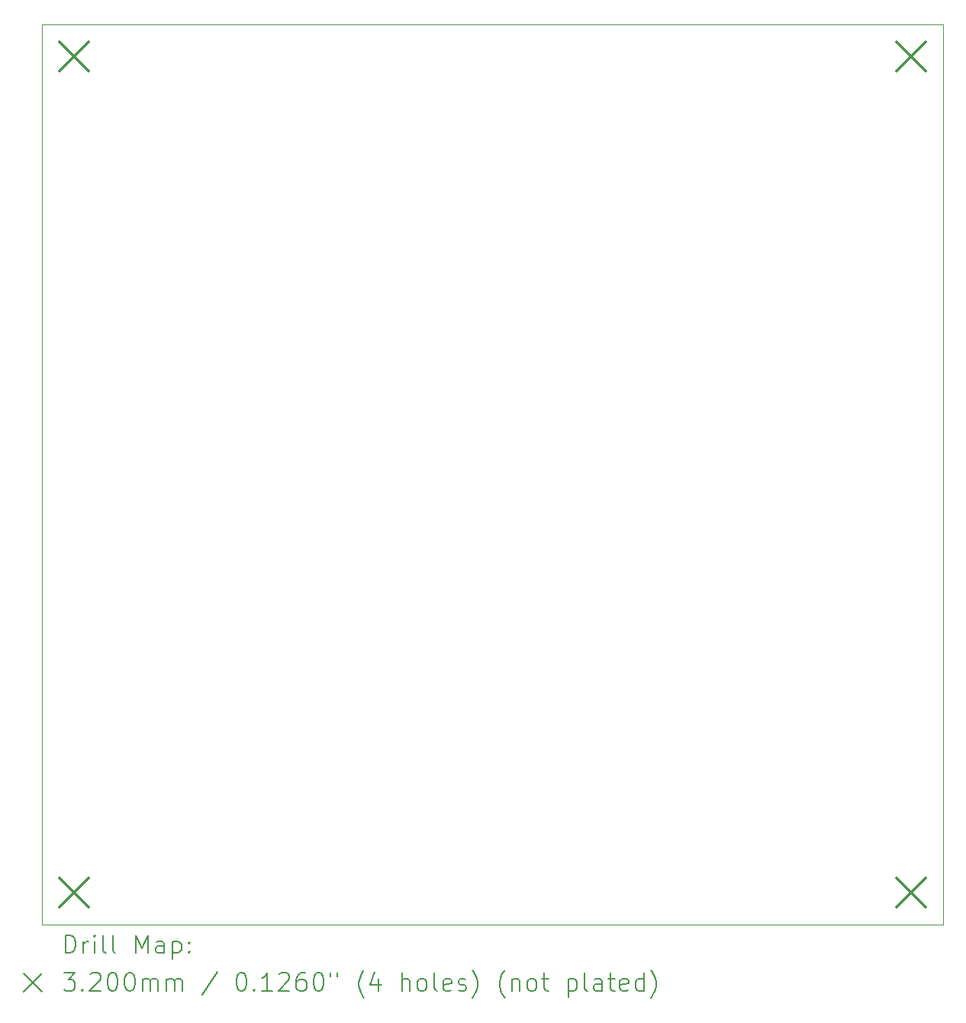
<source format=gbr>
%TF.GenerationSoftware,KiCad,Pcbnew,8.0.8*%
%TF.CreationDate,2025-02-01T04:41:03+02:00*%
%TF.ProjectId,my_raspi_gpib,6d795f72-6173-4706-995f-677069622e6b,rev?*%
%TF.SameCoordinates,Original*%
%TF.FileFunction,Drillmap*%
%TF.FilePolarity,Positive*%
%FSLAX45Y45*%
G04 Gerber Fmt 4.5, Leading zero omitted, Abs format (unit mm)*
G04 Created by KiCad (PCBNEW 8.0.8) date 2025-02-01 04:41:03*
%MOMM*%
%LPD*%
G01*
G04 APERTURE LIST*
%ADD10C,0.050000*%
%ADD11C,0.200000*%
%ADD12C,0.320000*%
G04 APERTURE END LIST*
D10*
X20320000Y-15240000D02*
X10325100Y-15240000D01*
X20320000Y-5245100D02*
X20320000Y-15240000D01*
X10325100Y-15240000D02*
X10325100Y-5245100D01*
X10325100Y-5245100D02*
X20320000Y-5245100D01*
D11*
D12*
X10520700Y-5440700D02*
X10840700Y-5760700D01*
X10840700Y-5440700D02*
X10520700Y-5760700D01*
X10520700Y-14724400D02*
X10840700Y-15044400D01*
X10840700Y-14724400D02*
X10520700Y-15044400D01*
X19804400Y-5440700D02*
X20124400Y-5760700D01*
X20124400Y-5440700D02*
X19804400Y-5760700D01*
X19804400Y-14724400D02*
X20124400Y-15044400D01*
X20124400Y-14724400D02*
X19804400Y-15044400D01*
D11*
X10583377Y-15553984D02*
X10583377Y-15353984D01*
X10583377Y-15353984D02*
X10630996Y-15353984D01*
X10630996Y-15353984D02*
X10659567Y-15363508D01*
X10659567Y-15363508D02*
X10678615Y-15382555D01*
X10678615Y-15382555D02*
X10688139Y-15401603D01*
X10688139Y-15401603D02*
X10697663Y-15439698D01*
X10697663Y-15439698D02*
X10697663Y-15468269D01*
X10697663Y-15468269D02*
X10688139Y-15506365D01*
X10688139Y-15506365D02*
X10678615Y-15525412D01*
X10678615Y-15525412D02*
X10659567Y-15544460D01*
X10659567Y-15544460D02*
X10630996Y-15553984D01*
X10630996Y-15553984D02*
X10583377Y-15553984D01*
X10783377Y-15553984D02*
X10783377Y-15420650D01*
X10783377Y-15458746D02*
X10792901Y-15439698D01*
X10792901Y-15439698D02*
X10802424Y-15430174D01*
X10802424Y-15430174D02*
X10821472Y-15420650D01*
X10821472Y-15420650D02*
X10840520Y-15420650D01*
X10907186Y-15553984D02*
X10907186Y-15420650D01*
X10907186Y-15353984D02*
X10897663Y-15363508D01*
X10897663Y-15363508D02*
X10907186Y-15373031D01*
X10907186Y-15373031D02*
X10916710Y-15363508D01*
X10916710Y-15363508D02*
X10907186Y-15353984D01*
X10907186Y-15353984D02*
X10907186Y-15373031D01*
X11030996Y-15553984D02*
X11011948Y-15544460D01*
X11011948Y-15544460D02*
X11002424Y-15525412D01*
X11002424Y-15525412D02*
X11002424Y-15353984D01*
X11135758Y-15553984D02*
X11116710Y-15544460D01*
X11116710Y-15544460D02*
X11107186Y-15525412D01*
X11107186Y-15525412D02*
X11107186Y-15353984D01*
X11364329Y-15553984D02*
X11364329Y-15353984D01*
X11364329Y-15353984D02*
X11430996Y-15496841D01*
X11430996Y-15496841D02*
X11497662Y-15353984D01*
X11497662Y-15353984D02*
X11497662Y-15553984D01*
X11678615Y-15553984D02*
X11678615Y-15449222D01*
X11678615Y-15449222D02*
X11669091Y-15430174D01*
X11669091Y-15430174D02*
X11650043Y-15420650D01*
X11650043Y-15420650D02*
X11611948Y-15420650D01*
X11611948Y-15420650D02*
X11592901Y-15430174D01*
X11678615Y-15544460D02*
X11659567Y-15553984D01*
X11659567Y-15553984D02*
X11611948Y-15553984D01*
X11611948Y-15553984D02*
X11592901Y-15544460D01*
X11592901Y-15544460D02*
X11583377Y-15525412D01*
X11583377Y-15525412D02*
X11583377Y-15506365D01*
X11583377Y-15506365D02*
X11592901Y-15487317D01*
X11592901Y-15487317D02*
X11611948Y-15477793D01*
X11611948Y-15477793D02*
X11659567Y-15477793D01*
X11659567Y-15477793D02*
X11678615Y-15468269D01*
X11773853Y-15420650D02*
X11773853Y-15620650D01*
X11773853Y-15430174D02*
X11792901Y-15420650D01*
X11792901Y-15420650D02*
X11830996Y-15420650D01*
X11830996Y-15420650D02*
X11850043Y-15430174D01*
X11850043Y-15430174D02*
X11859567Y-15439698D01*
X11859567Y-15439698D02*
X11869091Y-15458746D01*
X11869091Y-15458746D02*
X11869091Y-15515888D01*
X11869091Y-15515888D02*
X11859567Y-15534936D01*
X11859567Y-15534936D02*
X11850043Y-15544460D01*
X11850043Y-15544460D02*
X11830996Y-15553984D01*
X11830996Y-15553984D02*
X11792901Y-15553984D01*
X11792901Y-15553984D02*
X11773853Y-15544460D01*
X11954805Y-15534936D02*
X11964329Y-15544460D01*
X11964329Y-15544460D02*
X11954805Y-15553984D01*
X11954805Y-15553984D02*
X11945282Y-15544460D01*
X11945282Y-15544460D02*
X11954805Y-15534936D01*
X11954805Y-15534936D02*
X11954805Y-15553984D01*
X11954805Y-15430174D02*
X11964329Y-15439698D01*
X11964329Y-15439698D02*
X11954805Y-15449222D01*
X11954805Y-15449222D02*
X11945282Y-15439698D01*
X11945282Y-15439698D02*
X11954805Y-15430174D01*
X11954805Y-15430174D02*
X11954805Y-15449222D01*
X10122600Y-15782500D02*
X10322600Y-15982500D01*
X10322600Y-15782500D02*
X10122600Y-15982500D01*
X10564329Y-15773984D02*
X10688139Y-15773984D01*
X10688139Y-15773984D02*
X10621472Y-15850174D01*
X10621472Y-15850174D02*
X10650044Y-15850174D01*
X10650044Y-15850174D02*
X10669091Y-15859698D01*
X10669091Y-15859698D02*
X10678615Y-15869222D01*
X10678615Y-15869222D02*
X10688139Y-15888269D01*
X10688139Y-15888269D02*
X10688139Y-15935888D01*
X10688139Y-15935888D02*
X10678615Y-15954936D01*
X10678615Y-15954936D02*
X10669091Y-15964460D01*
X10669091Y-15964460D02*
X10650044Y-15973984D01*
X10650044Y-15973984D02*
X10592901Y-15973984D01*
X10592901Y-15973984D02*
X10573853Y-15964460D01*
X10573853Y-15964460D02*
X10564329Y-15954936D01*
X10773853Y-15954936D02*
X10783377Y-15964460D01*
X10783377Y-15964460D02*
X10773853Y-15973984D01*
X10773853Y-15973984D02*
X10764329Y-15964460D01*
X10764329Y-15964460D02*
X10773853Y-15954936D01*
X10773853Y-15954936D02*
X10773853Y-15973984D01*
X10859567Y-15793031D02*
X10869091Y-15783508D01*
X10869091Y-15783508D02*
X10888139Y-15773984D01*
X10888139Y-15773984D02*
X10935758Y-15773984D01*
X10935758Y-15773984D02*
X10954805Y-15783508D01*
X10954805Y-15783508D02*
X10964329Y-15793031D01*
X10964329Y-15793031D02*
X10973853Y-15812079D01*
X10973853Y-15812079D02*
X10973853Y-15831127D01*
X10973853Y-15831127D02*
X10964329Y-15859698D01*
X10964329Y-15859698D02*
X10850044Y-15973984D01*
X10850044Y-15973984D02*
X10973853Y-15973984D01*
X11097663Y-15773984D02*
X11116710Y-15773984D01*
X11116710Y-15773984D02*
X11135758Y-15783508D01*
X11135758Y-15783508D02*
X11145282Y-15793031D01*
X11145282Y-15793031D02*
X11154805Y-15812079D01*
X11154805Y-15812079D02*
X11164329Y-15850174D01*
X11164329Y-15850174D02*
X11164329Y-15897793D01*
X11164329Y-15897793D02*
X11154805Y-15935888D01*
X11154805Y-15935888D02*
X11145282Y-15954936D01*
X11145282Y-15954936D02*
X11135758Y-15964460D01*
X11135758Y-15964460D02*
X11116710Y-15973984D01*
X11116710Y-15973984D02*
X11097663Y-15973984D01*
X11097663Y-15973984D02*
X11078615Y-15964460D01*
X11078615Y-15964460D02*
X11069091Y-15954936D01*
X11069091Y-15954936D02*
X11059567Y-15935888D01*
X11059567Y-15935888D02*
X11050044Y-15897793D01*
X11050044Y-15897793D02*
X11050044Y-15850174D01*
X11050044Y-15850174D02*
X11059567Y-15812079D01*
X11059567Y-15812079D02*
X11069091Y-15793031D01*
X11069091Y-15793031D02*
X11078615Y-15783508D01*
X11078615Y-15783508D02*
X11097663Y-15773984D01*
X11288139Y-15773984D02*
X11307186Y-15773984D01*
X11307186Y-15773984D02*
X11326234Y-15783508D01*
X11326234Y-15783508D02*
X11335758Y-15793031D01*
X11335758Y-15793031D02*
X11345282Y-15812079D01*
X11345282Y-15812079D02*
X11354805Y-15850174D01*
X11354805Y-15850174D02*
X11354805Y-15897793D01*
X11354805Y-15897793D02*
X11345282Y-15935888D01*
X11345282Y-15935888D02*
X11335758Y-15954936D01*
X11335758Y-15954936D02*
X11326234Y-15964460D01*
X11326234Y-15964460D02*
X11307186Y-15973984D01*
X11307186Y-15973984D02*
X11288139Y-15973984D01*
X11288139Y-15973984D02*
X11269091Y-15964460D01*
X11269091Y-15964460D02*
X11259567Y-15954936D01*
X11259567Y-15954936D02*
X11250043Y-15935888D01*
X11250043Y-15935888D02*
X11240520Y-15897793D01*
X11240520Y-15897793D02*
X11240520Y-15850174D01*
X11240520Y-15850174D02*
X11250043Y-15812079D01*
X11250043Y-15812079D02*
X11259567Y-15793031D01*
X11259567Y-15793031D02*
X11269091Y-15783508D01*
X11269091Y-15783508D02*
X11288139Y-15773984D01*
X11440520Y-15973984D02*
X11440520Y-15840650D01*
X11440520Y-15859698D02*
X11450043Y-15850174D01*
X11450043Y-15850174D02*
X11469091Y-15840650D01*
X11469091Y-15840650D02*
X11497663Y-15840650D01*
X11497663Y-15840650D02*
X11516710Y-15850174D01*
X11516710Y-15850174D02*
X11526234Y-15869222D01*
X11526234Y-15869222D02*
X11526234Y-15973984D01*
X11526234Y-15869222D02*
X11535758Y-15850174D01*
X11535758Y-15850174D02*
X11554805Y-15840650D01*
X11554805Y-15840650D02*
X11583377Y-15840650D01*
X11583377Y-15840650D02*
X11602424Y-15850174D01*
X11602424Y-15850174D02*
X11611948Y-15869222D01*
X11611948Y-15869222D02*
X11611948Y-15973984D01*
X11707186Y-15973984D02*
X11707186Y-15840650D01*
X11707186Y-15859698D02*
X11716710Y-15850174D01*
X11716710Y-15850174D02*
X11735758Y-15840650D01*
X11735758Y-15840650D02*
X11764329Y-15840650D01*
X11764329Y-15840650D02*
X11783377Y-15850174D01*
X11783377Y-15850174D02*
X11792901Y-15869222D01*
X11792901Y-15869222D02*
X11792901Y-15973984D01*
X11792901Y-15869222D02*
X11802424Y-15850174D01*
X11802424Y-15850174D02*
X11821472Y-15840650D01*
X11821472Y-15840650D02*
X11850043Y-15840650D01*
X11850043Y-15840650D02*
X11869091Y-15850174D01*
X11869091Y-15850174D02*
X11878615Y-15869222D01*
X11878615Y-15869222D02*
X11878615Y-15973984D01*
X12269091Y-15764460D02*
X12097663Y-16021603D01*
X12526234Y-15773984D02*
X12545282Y-15773984D01*
X12545282Y-15773984D02*
X12564329Y-15783508D01*
X12564329Y-15783508D02*
X12573853Y-15793031D01*
X12573853Y-15793031D02*
X12583377Y-15812079D01*
X12583377Y-15812079D02*
X12592901Y-15850174D01*
X12592901Y-15850174D02*
X12592901Y-15897793D01*
X12592901Y-15897793D02*
X12583377Y-15935888D01*
X12583377Y-15935888D02*
X12573853Y-15954936D01*
X12573853Y-15954936D02*
X12564329Y-15964460D01*
X12564329Y-15964460D02*
X12545282Y-15973984D01*
X12545282Y-15973984D02*
X12526234Y-15973984D01*
X12526234Y-15973984D02*
X12507186Y-15964460D01*
X12507186Y-15964460D02*
X12497663Y-15954936D01*
X12497663Y-15954936D02*
X12488139Y-15935888D01*
X12488139Y-15935888D02*
X12478615Y-15897793D01*
X12478615Y-15897793D02*
X12478615Y-15850174D01*
X12478615Y-15850174D02*
X12488139Y-15812079D01*
X12488139Y-15812079D02*
X12497663Y-15793031D01*
X12497663Y-15793031D02*
X12507186Y-15783508D01*
X12507186Y-15783508D02*
X12526234Y-15773984D01*
X12678615Y-15954936D02*
X12688139Y-15964460D01*
X12688139Y-15964460D02*
X12678615Y-15973984D01*
X12678615Y-15973984D02*
X12669091Y-15964460D01*
X12669091Y-15964460D02*
X12678615Y-15954936D01*
X12678615Y-15954936D02*
X12678615Y-15973984D01*
X12878615Y-15973984D02*
X12764329Y-15973984D01*
X12821472Y-15973984D02*
X12821472Y-15773984D01*
X12821472Y-15773984D02*
X12802425Y-15802555D01*
X12802425Y-15802555D02*
X12783377Y-15821603D01*
X12783377Y-15821603D02*
X12764329Y-15831127D01*
X12954806Y-15793031D02*
X12964329Y-15783508D01*
X12964329Y-15783508D02*
X12983377Y-15773984D01*
X12983377Y-15773984D02*
X13030996Y-15773984D01*
X13030996Y-15773984D02*
X13050044Y-15783508D01*
X13050044Y-15783508D02*
X13059567Y-15793031D01*
X13059567Y-15793031D02*
X13069091Y-15812079D01*
X13069091Y-15812079D02*
X13069091Y-15831127D01*
X13069091Y-15831127D02*
X13059567Y-15859698D01*
X13059567Y-15859698D02*
X12945282Y-15973984D01*
X12945282Y-15973984D02*
X13069091Y-15973984D01*
X13240520Y-15773984D02*
X13202425Y-15773984D01*
X13202425Y-15773984D02*
X13183377Y-15783508D01*
X13183377Y-15783508D02*
X13173853Y-15793031D01*
X13173853Y-15793031D02*
X13154806Y-15821603D01*
X13154806Y-15821603D02*
X13145282Y-15859698D01*
X13145282Y-15859698D02*
X13145282Y-15935888D01*
X13145282Y-15935888D02*
X13154806Y-15954936D01*
X13154806Y-15954936D02*
X13164329Y-15964460D01*
X13164329Y-15964460D02*
X13183377Y-15973984D01*
X13183377Y-15973984D02*
X13221472Y-15973984D01*
X13221472Y-15973984D02*
X13240520Y-15964460D01*
X13240520Y-15964460D02*
X13250044Y-15954936D01*
X13250044Y-15954936D02*
X13259567Y-15935888D01*
X13259567Y-15935888D02*
X13259567Y-15888269D01*
X13259567Y-15888269D02*
X13250044Y-15869222D01*
X13250044Y-15869222D02*
X13240520Y-15859698D01*
X13240520Y-15859698D02*
X13221472Y-15850174D01*
X13221472Y-15850174D02*
X13183377Y-15850174D01*
X13183377Y-15850174D02*
X13164329Y-15859698D01*
X13164329Y-15859698D02*
X13154806Y-15869222D01*
X13154806Y-15869222D02*
X13145282Y-15888269D01*
X13383377Y-15773984D02*
X13402425Y-15773984D01*
X13402425Y-15773984D02*
X13421472Y-15783508D01*
X13421472Y-15783508D02*
X13430996Y-15793031D01*
X13430996Y-15793031D02*
X13440520Y-15812079D01*
X13440520Y-15812079D02*
X13450044Y-15850174D01*
X13450044Y-15850174D02*
X13450044Y-15897793D01*
X13450044Y-15897793D02*
X13440520Y-15935888D01*
X13440520Y-15935888D02*
X13430996Y-15954936D01*
X13430996Y-15954936D02*
X13421472Y-15964460D01*
X13421472Y-15964460D02*
X13402425Y-15973984D01*
X13402425Y-15973984D02*
X13383377Y-15973984D01*
X13383377Y-15973984D02*
X13364329Y-15964460D01*
X13364329Y-15964460D02*
X13354806Y-15954936D01*
X13354806Y-15954936D02*
X13345282Y-15935888D01*
X13345282Y-15935888D02*
X13335758Y-15897793D01*
X13335758Y-15897793D02*
X13335758Y-15850174D01*
X13335758Y-15850174D02*
X13345282Y-15812079D01*
X13345282Y-15812079D02*
X13354806Y-15793031D01*
X13354806Y-15793031D02*
X13364329Y-15783508D01*
X13364329Y-15783508D02*
X13383377Y-15773984D01*
X13526234Y-15773984D02*
X13526234Y-15812079D01*
X13602425Y-15773984D02*
X13602425Y-15812079D01*
X13897663Y-16050174D02*
X13888139Y-16040650D01*
X13888139Y-16040650D02*
X13869091Y-16012079D01*
X13869091Y-16012079D02*
X13859568Y-15993031D01*
X13859568Y-15993031D02*
X13850044Y-15964460D01*
X13850044Y-15964460D02*
X13840520Y-15916841D01*
X13840520Y-15916841D02*
X13840520Y-15878746D01*
X13840520Y-15878746D02*
X13850044Y-15831127D01*
X13850044Y-15831127D02*
X13859568Y-15802555D01*
X13859568Y-15802555D02*
X13869091Y-15783508D01*
X13869091Y-15783508D02*
X13888139Y-15754936D01*
X13888139Y-15754936D02*
X13897663Y-15745412D01*
X14059568Y-15840650D02*
X14059568Y-15973984D01*
X14011948Y-15764460D02*
X13964329Y-15907317D01*
X13964329Y-15907317D02*
X14088139Y-15907317D01*
X14316710Y-15973984D02*
X14316710Y-15773984D01*
X14402425Y-15973984D02*
X14402425Y-15869222D01*
X14402425Y-15869222D02*
X14392901Y-15850174D01*
X14392901Y-15850174D02*
X14373853Y-15840650D01*
X14373853Y-15840650D02*
X14345282Y-15840650D01*
X14345282Y-15840650D02*
X14326234Y-15850174D01*
X14326234Y-15850174D02*
X14316710Y-15859698D01*
X14526234Y-15973984D02*
X14507187Y-15964460D01*
X14507187Y-15964460D02*
X14497663Y-15954936D01*
X14497663Y-15954936D02*
X14488139Y-15935888D01*
X14488139Y-15935888D02*
X14488139Y-15878746D01*
X14488139Y-15878746D02*
X14497663Y-15859698D01*
X14497663Y-15859698D02*
X14507187Y-15850174D01*
X14507187Y-15850174D02*
X14526234Y-15840650D01*
X14526234Y-15840650D02*
X14554806Y-15840650D01*
X14554806Y-15840650D02*
X14573853Y-15850174D01*
X14573853Y-15850174D02*
X14583377Y-15859698D01*
X14583377Y-15859698D02*
X14592901Y-15878746D01*
X14592901Y-15878746D02*
X14592901Y-15935888D01*
X14592901Y-15935888D02*
X14583377Y-15954936D01*
X14583377Y-15954936D02*
X14573853Y-15964460D01*
X14573853Y-15964460D02*
X14554806Y-15973984D01*
X14554806Y-15973984D02*
X14526234Y-15973984D01*
X14707187Y-15973984D02*
X14688139Y-15964460D01*
X14688139Y-15964460D02*
X14678615Y-15945412D01*
X14678615Y-15945412D02*
X14678615Y-15773984D01*
X14859568Y-15964460D02*
X14840520Y-15973984D01*
X14840520Y-15973984D02*
X14802425Y-15973984D01*
X14802425Y-15973984D02*
X14783377Y-15964460D01*
X14783377Y-15964460D02*
X14773853Y-15945412D01*
X14773853Y-15945412D02*
X14773853Y-15869222D01*
X14773853Y-15869222D02*
X14783377Y-15850174D01*
X14783377Y-15850174D02*
X14802425Y-15840650D01*
X14802425Y-15840650D02*
X14840520Y-15840650D01*
X14840520Y-15840650D02*
X14859568Y-15850174D01*
X14859568Y-15850174D02*
X14869091Y-15869222D01*
X14869091Y-15869222D02*
X14869091Y-15888269D01*
X14869091Y-15888269D02*
X14773853Y-15907317D01*
X14945282Y-15964460D02*
X14964330Y-15973984D01*
X14964330Y-15973984D02*
X15002425Y-15973984D01*
X15002425Y-15973984D02*
X15021472Y-15964460D01*
X15021472Y-15964460D02*
X15030996Y-15945412D01*
X15030996Y-15945412D02*
X15030996Y-15935888D01*
X15030996Y-15935888D02*
X15021472Y-15916841D01*
X15021472Y-15916841D02*
X15002425Y-15907317D01*
X15002425Y-15907317D02*
X14973853Y-15907317D01*
X14973853Y-15907317D02*
X14954806Y-15897793D01*
X14954806Y-15897793D02*
X14945282Y-15878746D01*
X14945282Y-15878746D02*
X14945282Y-15869222D01*
X14945282Y-15869222D02*
X14954806Y-15850174D01*
X14954806Y-15850174D02*
X14973853Y-15840650D01*
X14973853Y-15840650D02*
X15002425Y-15840650D01*
X15002425Y-15840650D02*
X15021472Y-15850174D01*
X15097663Y-16050174D02*
X15107187Y-16040650D01*
X15107187Y-16040650D02*
X15126234Y-16012079D01*
X15126234Y-16012079D02*
X15135758Y-15993031D01*
X15135758Y-15993031D02*
X15145282Y-15964460D01*
X15145282Y-15964460D02*
X15154806Y-15916841D01*
X15154806Y-15916841D02*
X15154806Y-15878746D01*
X15154806Y-15878746D02*
X15145282Y-15831127D01*
X15145282Y-15831127D02*
X15135758Y-15802555D01*
X15135758Y-15802555D02*
X15126234Y-15783508D01*
X15126234Y-15783508D02*
X15107187Y-15754936D01*
X15107187Y-15754936D02*
X15097663Y-15745412D01*
X15459568Y-16050174D02*
X15450044Y-16040650D01*
X15450044Y-16040650D02*
X15430996Y-16012079D01*
X15430996Y-16012079D02*
X15421472Y-15993031D01*
X15421472Y-15993031D02*
X15411949Y-15964460D01*
X15411949Y-15964460D02*
X15402425Y-15916841D01*
X15402425Y-15916841D02*
X15402425Y-15878746D01*
X15402425Y-15878746D02*
X15411949Y-15831127D01*
X15411949Y-15831127D02*
X15421472Y-15802555D01*
X15421472Y-15802555D02*
X15430996Y-15783508D01*
X15430996Y-15783508D02*
X15450044Y-15754936D01*
X15450044Y-15754936D02*
X15459568Y-15745412D01*
X15535758Y-15840650D02*
X15535758Y-15973984D01*
X15535758Y-15859698D02*
X15545282Y-15850174D01*
X15545282Y-15850174D02*
X15564330Y-15840650D01*
X15564330Y-15840650D02*
X15592901Y-15840650D01*
X15592901Y-15840650D02*
X15611949Y-15850174D01*
X15611949Y-15850174D02*
X15621472Y-15869222D01*
X15621472Y-15869222D02*
X15621472Y-15973984D01*
X15745282Y-15973984D02*
X15726234Y-15964460D01*
X15726234Y-15964460D02*
X15716711Y-15954936D01*
X15716711Y-15954936D02*
X15707187Y-15935888D01*
X15707187Y-15935888D02*
X15707187Y-15878746D01*
X15707187Y-15878746D02*
X15716711Y-15859698D01*
X15716711Y-15859698D02*
X15726234Y-15850174D01*
X15726234Y-15850174D02*
X15745282Y-15840650D01*
X15745282Y-15840650D02*
X15773853Y-15840650D01*
X15773853Y-15840650D02*
X15792901Y-15850174D01*
X15792901Y-15850174D02*
X15802425Y-15859698D01*
X15802425Y-15859698D02*
X15811949Y-15878746D01*
X15811949Y-15878746D02*
X15811949Y-15935888D01*
X15811949Y-15935888D02*
X15802425Y-15954936D01*
X15802425Y-15954936D02*
X15792901Y-15964460D01*
X15792901Y-15964460D02*
X15773853Y-15973984D01*
X15773853Y-15973984D02*
X15745282Y-15973984D01*
X15869092Y-15840650D02*
X15945282Y-15840650D01*
X15897663Y-15773984D02*
X15897663Y-15945412D01*
X15897663Y-15945412D02*
X15907187Y-15964460D01*
X15907187Y-15964460D02*
X15926234Y-15973984D01*
X15926234Y-15973984D02*
X15945282Y-15973984D01*
X16164330Y-15840650D02*
X16164330Y-16040650D01*
X16164330Y-15850174D02*
X16183377Y-15840650D01*
X16183377Y-15840650D02*
X16221473Y-15840650D01*
X16221473Y-15840650D02*
X16240520Y-15850174D01*
X16240520Y-15850174D02*
X16250044Y-15859698D01*
X16250044Y-15859698D02*
X16259568Y-15878746D01*
X16259568Y-15878746D02*
X16259568Y-15935888D01*
X16259568Y-15935888D02*
X16250044Y-15954936D01*
X16250044Y-15954936D02*
X16240520Y-15964460D01*
X16240520Y-15964460D02*
X16221473Y-15973984D01*
X16221473Y-15973984D02*
X16183377Y-15973984D01*
X16183377Y-15973984D02*
X16164330Y-15964460D01*
X16373853Y-15973984D02*
X16354806Y-15964460D01*
X16354806Y-15964460D02*
X16345282Y-15945412D01*
X16345282Y-15945412D02*
X16345282Y-15773984D01*
X16535758Y-15973984D02*
X16535758Y-15869222D01*
X16535758Y-15869222D02*
X16526234Y-15850174D01*
X16526234Y-15850174D02*
X16507187Y-15840650D01*
X16507187Y-15840650D02*
X16469092Y-15840650D01*
X16469092Y-15840650D02*
X16450044Y-15850174D01*
X16535758Y-15964460D02*
X16516711Y-15973984D01*
X16516711Y-15973984D02*
X16469092Y-15973984D01*
X16469092Y-15973984D02*
X16450044Y-15964460D01*
X16450044Y-15964460D02*
X16440520Y-15945412D01*
X16440520Y-15945412D02*
X16440520Y-15926365D01*
X16440520Y-15926365D02*
X16450044Y-15907317D01*
X16450044Y-15907317D02*
X16469092Y-15897793D01*
X16469092Y-15897793D02*
X16516711Y-15897793D01*
X16516711Y-15897793D02*
X16535758Y-15888269D01*
X16602425Y-15840650D02*
X16678615Y-15840650D01*
X16630996Y-15773984D02*
X16630996Y-15945412D01*
X16630996Y-15945412D02*
X16640520Y-15964460D01*
X16640520Y-15964460D02*
X16659568Y-15973984D01*
X16659568Y-15973984D02*
X16678615Y-15973984D01*
X16821473Y-15964460D02*
X16802425Y-15973984D01*
X16802425Y-15973984D02*
X16764330Y-15973984D01*
X16764330Y-15973984D02*
X16745282Y-15964460D01*
X16745282Y-15964460D02*
X16735758Y-15945412D01*
X16735758Y-15945412D02*
X16735758Y-15869222D01*
X16735758Y-15869222D02*
X16745282Y-15850174D01*
X16745282Y-15850174D02*
X16764330Y-15840650D01*
X16764330Y-15840650D02*
X16802425Y-15840650D01*
X16802425Y-15840650D02*
X16821473Y-15850174D01*
X16821473Y-15850174D02*
X16830996Y-15869222D01*
X16830996Y-15869222D02*
X16830996Y-15888269D01*
X16830996Y-15888269D02*
X16735758Y-15907317D01*
X17002425Y-15973984D02*
X17002425Y-15773984D01*
X17002425Y-15964460D02*
X16983377Y-15973984D01*
X16983377Y-15973984D02*
X16945282Y-15973984D01*
X16945282Y-15973984D02*
X16926235Y-15964460D01*
X16926235Y-15964460D02*
X16916711Y-15954936D01*
X16916711Y-15954936D02*
X16907187Y-15935888D01*
X16907187Y-15935888D02*
X16907187Y-15878746D01*
X16907187Y-15878746D02*
X16916711Y-15859698D01*
X16916711Y-15859698D02*
X16926235Y-15850174D01*
X16926235Y-15850174D02*
X16945282Y-15840650D01*
X16945282Y-15840650D02*
X16983377Y-15840650D01*
X16983377Y-15840650D02*
X17002425Y-15850174D01*
X17078616Y-16050174D02*
X17088139Y-16040650D01*
X17088139Y-16040650D02*
X17107187Y-16012079D01*
X17107187Y-16012079D02*
X17116711Y-15993031D01*
X17116711Y-15993031D02*
X17126235Y-15964460D01*
X17126235Y-15964460D02*
X17135758Y-15916841D01*
X17135758Y-15916841D02*
X17135758Y-15878746D01*
X17135758Y-15878746D02*
X17126235Y-15831127D01*
X17126235Y-15831127D02*
X17116711Y-15802555D01*
X17116711Y-15802555D02*
X17107187Y-15783508D01*
X17107187Y-15783508D02*
X17088139Y-15754936D01*
X17088139Y-15754936D02*
X17078616Y-15745412D01*
M02*

</source>
